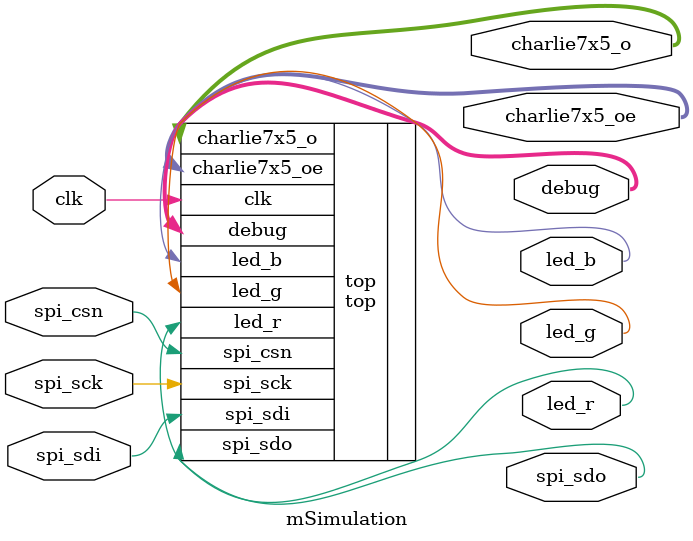
<source format=sv>
`default_nettype none

module mSimulation #(
	parameter TICKS_PER_BAUD = 4
) (
	// system
	input wire clk,

	// SPI slave I/O
	input wire spi_sck,
	input wire spi_csn,
	input wire spi_sdi,
	output wire spi_sdo,

	// charlie7x5
	output wire [6:0] charlie7x5_o,
	output wire [6:0] charlie7x5_oe,

	// RGB LEDs
	output wire led_r,
	output wire led_g,
	output wire led_b,

	// Debug
	output wire [7:0] debug
);
	wire [6:0] charlie7x5_oe;
	wire [6:0] charlie7x5_o;
	wire [7:0] debug;

	top #(
		.TICKS_PER_BAUD(4)
	) top (
		.clk(clk),
                .spi_sck(spi_sck),
                .spi_csn(spi_csn),
                .spi_sdi(spi_sdi),
                .spi_sdo(spi_sdo),
		.charlie7x5_oe(charlie7x5_oe),
		.charlie7x5_o(charlie7x5_o),
		.led_r(led_r),
		.led_g(led_g),
		.led_b(led_b),
		.debug(debug)
	);

endmodule

</source>
